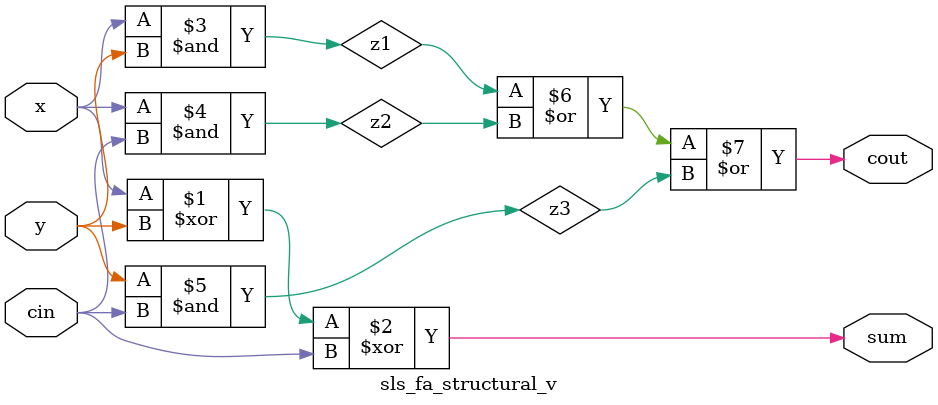
<source format=v>
module sls_fa_structural_v (cin, x, y, sum, cout);

	input cin, x, y;
	output sum, cout;
	wire z1, z2, z3;

		xor (sum, x, y, cin);
		and (z1, x, y);
		and (z2, x, cin);
		and (z3, y, cin);
		or (cout, z1, z2, z3);
		
endmodule

</source>
